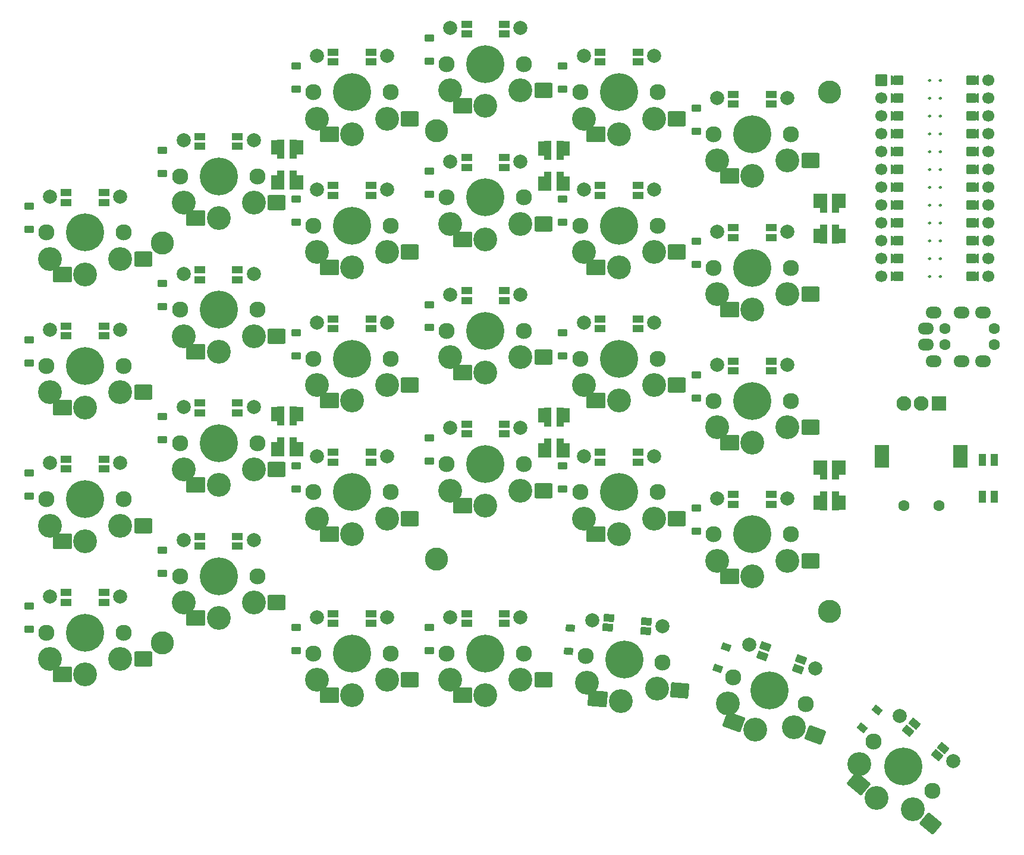
<source format=gbr>
%TF.GenerationSoftware,KiCad,Pcbnew,8.0.4*%
%TF.CreationDate,2024-11-04T19:06:09-07:00*%
%TF.ProjectId,boost58,626f6f73-7435-4382-9e6b-696361645f70,0.1*%
%TF.SameCoordinates,Original*%
%TF.FileFunction,Soldermask,Top*%
%TF.FilePolarity,Negative*%
%FSLAX46Y46*%
G04 Gerber Fmt 4.6, Leading zero omitted, Abs format (unit mm)*
G04 Created by KiCad (PCBNEW 8.0.4) date 2024-11-04 19:06:09*
%MOMM*%
%LPD*%
G01*
G04 APERTURE LIST*
G04 Aperture macros list*
%AMRoundRect*
0 Rectangle with rounded corners*
0 $1 Rounding radius*
0 $2 $3 $4 $5 $6 $7 $8 $9 X,Y pos of 4 corners*
0 Add a 4 corners polygon primitive as box body*
4,1,4,$2,$3,$4,$5,$6,$7,$8,$9,$2,$3,0*
0 Add four circle primitives for the rounded corners*
1,1,$1+$1,$2,$3*
1,1,$1+$1,$4,$5*
1,1,$1+$1,$6,$7*
1,1,$1+$1,$8,$9*
0 Add four rect primitives between the rounded corners*
20,1,$1+$1,$2,$3,$4,$5,0*
20,1,$1+$1,$4,$5,$6,$7,0*
20,1,$1+$1,$6,$7,$8,$9,0*
20,1,$1+$1,$8,$9,$2,$3,0*%
%AMFreePoly0*
4,1,14,0.635355,0.435355,0.650000,0.400000,0.650000,0.200000,0.635355,0.164645,0.035355,-0.435355,0.000000,-0.450000,-0.035355,-0.435355,-0.635355,0.164645,-0.650000,0.200000,-0.650000,0.400000,-0.635355,0.435355,-0.600000,0.450000,0.600000,0.450000,0.635355,0.435355,0.635355,0.435355,$1*%
%AMFreePoly1*
4,1,16,0.635355,1.035355,0.650000,1.000000,0.650000,-0.250000,0.635355,-0.285355,0.600000,-0.300000,-0.600000,-0.300000,-0.635355,-0.285355,-0.650000,-0.250000,-0.650000,1.000000,-0.635355,1.035355,-0.600000,1.050000,-0.564645,1.035355,0.000000,0.470710,0.564645,1.035355,0.600000,1.050000,0.635355,1.035355,0.635355,1.035355,$1*%
G04 Aperture macros list end*
%ADD10C,0.250000*%
%ADD11C,0.100000*%
%ADD12C,3.300000*%
%ADD13RoundRect,0.050000X0.500000X-1.300000X0.500000X1.300000X-0.500000X1.300000X-0.500000X-1.300000X0*%
%ADD14RoundRect,0.050000X0.600000X-1.000000X0.600000X1.000000X-0.600000X1.000000X-0.600000X-1.000000X0*%
%ADD15RoundRect,0.050000X-1.000000X1.600000X-1.000000X-1.600000X1.000000X-1.600000X1.000000X1.600000X0*%
%ADD16C,1.600000*%
%ADD17RoundRect,0.050000X-1.000000X1.000000X-1.000000X-1.000000X1.000000X-1.000000X1.000000X1.000000X0*%
%ADD18C,2.100000*%
%ADD19RoundRect,0.050000X0.500000X-0.775000X0.500000X0.775000X-0.500000X0.775000X-0.500000X-0.775000X0*%
%ADD20O,2.300000X1.700000*%
%ADD21RoundRect,0.050000X-0.500000X1.300000X-0.500000X-1.300000X0.500000X-1.300000X0.500000X1.300000X0*%
%ADD22RoundRect,0.050000X-0.600000X1.000000X-0.600000X-1.000000X0.600000X-1.000000X0.600000X1.000000X0*%
%ADD23C,1.700000*%
%ADD24FreePoly0,270.000000*%
%ADD25FreePoly0,90.000000*%
%ADD26RoundRect,0.050000X-0.800000X0.800000X-0.800000X-0.800000X0.800000X-0.800000X0.800000X0.800000X0*%
%ADD27FreePoly1,270.000000*%
%ADD28FreePoly1,90.000000*%
%ADD29RoundRect,0.215000X1.085000X0.860000X-1.085000X0.860000X-1.085000X-0.860000X1.085000X-0.860000X0*%
%ADD30C,2.300000*%
%ADD31C,2.000000*%
%ADD32C,3.400000*%
%ADD33C,5.400000*%
%ADD34RoundRect,0.225000X1.150000X0.900000X-1.150000X0.900000X-1.150000X-0.900000X1.150000X-0.900000X0*%
%ADD35RoundRect,0.050000X-0.170372X0.730393X-0.748881X0.040953X0.170372X-0.730393X0.748881X-0.040953X0*%
%ADD36RoundRect,0.050000X-0.700000X-0.500000X0.700000X-0.500000X0.700000X0.500000X-0.700000X0.500000X0*%
%ADD37RoundRect,0.050000X-0.600000X0.450000X-0.600000X-0.450000X0.600000X-0.450000X0.600000X0.450000X0*%
%ADD38RoundRect,0.050000X-0.558497X0.500581X-0.636937X-0.395994X0.558497X-0.500581X0.636937X0.395994X0*%
%ADD39RoundRect,0.050000X-0.857625X0.066929X0.214837X-0.832974X0.857625X-0.066929X-0.214837X0.832974X0*%
%ADD40RoundRect,0.215000X1.383956X-0.038626X-0.278361X1.356223X-1.383956X0.038626X0.278361X-1.356223X0*%
%ADD41RoundRect,0.225000X1.459460X-0.049766X-0.302442X1.428646X-1.459460X0.049766X0.302442X-1.428646X0*%
%ADD42RoundRect,0.050000X-0.740914X-0.437088X0.653758X-0.559106X0.740914X0.437088X-0.653758X0.559106X0*%
%ADD43RoundRect,0.050000X-0.828795X-0.230432X0.486775X-0.709260X0.828795X0.230432X-0.486775X0.709260X0*%
%ADD44RoundRect,0.215000X1.313704X0.437044X-0.725429X1.179228X-1.313704X-0.437044X0.725429X-1.179228X0*%
%ADD45RoundRect,0.225000X1.388465X0.452400X-0.772828X1.239047X-1.388465X-0.452400X0.772828X-1.239047X0*%
%ADD46RoundRect,0.050000X-0.409907X0.628074X-0.717725X-0.217650X0.409907X-0.628074X0.717725X0.217650X0*%
%ADD47RoundRect,0.215000X1.155825X0.762163X-1.005917X0.951291X-1.155825X-0.762163X1.005917X-0.951291X0*%
%ADD48RoundRect,0.225000X1.224064X0.796346X-1.067184X0.996804X-1.224064X-0.796346X1.067184X-0.996804X0*%
G04 APERTURE END LIST*
D10*
%TO.C,MCU1*%
X160351000Y-41320000D02*
G75*
G02*
X160101000Y-41320000I-125000J0D01*
G01*
X160101000Y-41320000D02*
G75*
G02*
X160351000Y-41320000I125000J0D01*
G01*
X160351000Y-43860000D02*
G75*
G02*
X160101000Y-43860000I-125000J0D01*
G01*
X160101000Y-43860000D02*
G75*
G02*
X160351000Y-43860000I125000J0D01*
G01*
X160351000Y-46400000D02*
G75*
G02*
X160101000Y-46400000I-125000J0D01*
G01*
X160101000Y-46400000D02*
G75*
G02*
X160351000Y-46400000I125000J0D01*
G01*
X160351000Y-48940000D02*
G75*
G02*
X160101000Y-48940000I-125000J0D01*
G01*
X160101000Y-48940000D02*
G75*
G02*
X160351000Y-48940000I125000J0D01*
G01*
X160351000Y-51480000D02*
G75*
G02*
X160101000Y-51480000I-125000J0D01*
G01*
X160101000Y-51480000D02*
G75*
G02*
X160351000Y-51480000I125000J0D01*
G01*
X160351000Y-54020000D02*
G75*
G02*
X160101000Y-54020000I-125000J0D01*
G01*
X160101000Y-54020000D02*
G75*
G02*
X160351000Y-54020000I125000J0D01*
G01*
X160351000Y-56560000D02*
G75*
G02*
X160101000Y-56560000I-125000J0D01*
G01*
X160101000Y-56560000D02*
G75*
G02*
X160351000Y-56560000I125000J0D01*
G01*
X160351000Y-59100000D02*
G75*
G02*
X160101000Y-59100000I-125000J0D01*
G01*
X160101000Y-59100000D02*
G75*
G02*
X160351000Y-59100000I125000J0D01*
G01*
X160351000Y-61640000D02*
G75*
G02*
X160101000Y-61640000I-125000J0D01*
G01*
X160101000Y-61640000D02*
G75*
G02*
X160351000Y-61640000I125000J0D01*
G01*
X160351000Y-64180000D02*
G75*
G02*
X160101000Y-64180000I-125000J0D01*
G01*
X160101000Y-64180000D02*
G75*
G02*
X160351000Y-64180000I125000J0D01*
G01*
X160351000Y-66720000D02*
G75*
G02*
X160101000Y-66720000I-125000J0D01*
G01*
X160101000Y-66720000D02*
G75*
G02*
X160351000Y-66720000I125000J0D01*
G01*
X160351000Y-69260000D02*
G75*
G02*
X160101000Y-69260000I-125000J0D01*
G01*
X160101000Y-69260000D02*
G75*
G02*
X160351000Y-69260000I125000J0D01*
G01*
X161875000Y-41320000D02*
G75*
G02*
X161625000Y-41320000I-125000J0D01*
G01*
X161625000Y-41320000D02*
G75*
G02*
X161875000Y-41320000I125000J0D01*
G01*
X161875000Y-43860000D02*
G75*
G02*
X161625000Y-43860000I-125000J0D01*
G01*
X161625000Y-43860000D02*
G75*
G02*
X161875000Y-43860000I125000J0D01*
G01*
X161875000Y-46400000D02*
G75*
G02*
X161625000Y-46400000I-125000J0D01*
G01*
X161625000Y-46400000D02*
G75*
G02*
X161875000Y-46400000I125000J0D01*
G01*
X161875000Y-48940000D02*
G75*
G02*
X161625000Y-48940000I-125000J0D01*
G01*
X161625000Y-48940000D02*
G75*
G02*
X161875000Y-48940000I125000J0D01*
G01*
X161875000Y-51480000D02*
G75*
G02*
X161625000Y-51480000I-125000J0D01*
G01*
X161625000Y-51480000D02*
G75*
G02*
X161875000Y-51480000I125000J0D01*
G01*
X161875000Y-54020000D02*
G75*
G02*
X161625000Y-54020000I-125000J0D01*
G01*
X161625000Y-54020000D02*
G75*
G02*
X161875000Y-54020000I125000J0D01*
G01*
X161875000Y-56560000D02*
G75*
G02*
X161625000Y-56560000I-125000J0D01*
G01*
X161625000Y-56560000D02*
G75*
G02*
X161875000Y-56560000I125000J0D01*
G01*
X161875000Y-59100000D02*
G75*
G02*
X161625000Y-59100000I-125000J0D01*
G01*
X161625000Y-59100000D02*
G75*
G02*
X161875000Y-59100000I125000J0D01*
G01*
X161875000Y-61640000D02*
G75*
G02*
X161625000Y-61640000I-125000J0D01*
G01*
X161625000Y-61640000D02*
G75*
G02*
X161875000Y-61640000I125000J0D01*
G01*
X161875000Y-64180000D02*
G75*
G02*
X161625000Y-64180000I-125000J0D01*
G01*
X161625000Y-64180000D02*
G75*
G02*
X161875000Y-64180000I125000J0D01*
G01*
X161875000Y-66720000D02*
G75*
G02*
X161625000Y-66720000I-125000J0D01*
G01*
X161625000Y-66720000D02*
G75*
G02*
X161875000Y-66720000I125000J0D01*
G01*
X161875000Y-69260000D02*
G75*
G02*
X161625000Y-69260000I-125000J0D01*
G01*
X161625000Y-69260000D02*
G75*
G02*
X161875000Y-69260000I125000J0D01*
G01*
D11*
X155908000Y-41828000D02*
X154892000Y-41828000D01*
X154892000Y-40812000D01*
X155908000Y-40812000D01*
X155908000Y-41828000D01*
G36*
X155908000Y-41828000D02*
G01*
X154892000Y-41828000D01*
X154892000Y-40812000D01*
X155908000Y-40812000D01*
X155908000Y-41828000D01*
G37*
X155908000Y-44368000D02*
X154892000Y-44368000D01*
X154892000Y-43352000D01*
X155908000Y-43352000D01*
X155908000Y-44368000D01*
G36*
X155908000Y-44368000D02*
G01*
X154892000Y-44368000D01*
X154892000Y-43352000D01*
X155908000Y-43352000D01*
X155908000Y-44368000D01*
G37*
X155908000Y-46908000D02*
X154892000Y-46908000D01*
X154892000Y-45892000D01*
X155908000Y-45892000D01*
X155908000Y-46908000D01*
G36*
X155908000Y-46908000D02*
G01*
X154892000Y-46908000D01*
X154892000Y-45892000D01*
X155908000Y-45892000D01*
X155908000Y-46908000D01*
G37*
X155908000Y-49448000D02*
X154892000Y-49448000D01*
X154892000Y-48432000D01*
X155908000Y-48432000D01*
X155908000Y-49448000D01*
G36*
X155908000Y-49448000D02*
G01*
X154892000Y-49448000D01*
X154892000Y-48432000D01*
X155908000Y-48432000D01*
X155908000Y-49448000D01*
G37*
X155908000Y-51988000D02*
X154892000Y-51988000D01*
X154892000Y-50972000D01*
X155908000Y-50972000D01*
X155908000Y-51988000D01*
G36*
X155908000Y-51988000D02*
G01*
X154892000Y-51988000D01*
X154892000Y-50972000D01*
X155908000Y-50972000D01*
X155908000Y-51988000D01*
G37*
X155908000Y-54528000D02*
X154892000Y-54528000D01*
X154892000Y-53512000D01*
X155908000Y-53512000D01*
X155908000Y-54528000D01*
G36*
X155908000Y-54528000D02*
G01*
X154892000Y-54528000D01*
X154892000Y-53512000D01*
X155908000Y-53512000D01*
X155908000Y-54528000D01*
G37*
X155908000Y-57068000D02*
X154892000Y-57068000D01*
X154892000Y-56052000D01*
X155908000Y-56052000D01*
X155908000Y-57068000D01*
G36*
X155908000Y-57068000D02*
G01*
X154892000Y-57068000D01*
X154892000Y-56052000D01*
X155908000Y-56052000D01*
X155908000Y-57068000D01*
G37*
X155908000Y-59608000D02*
X154892000Y-59608000D01*
X154892000Y-58592000D01*
X155908000Y-58592000D01*
X155908000Y-59608000D01*
G36*
X155908000Y-59608000D02*
G01*
X154892000Y-59608000D01*
X154892000Y-58592000D01*
X155908000Y-58592000D01*
X155908000Y-59608000D01*
G37*
X155908000Y-62148000D02*
X154892000Y-62148000D01*
X154892000Y-61132000D01*
X155908000Y-61132000D01*
X155908000Y-62148000D01*
G36*
X155908000Y-62148000D02*
G01*
X154892000Y-62148000D01*
X154892000Y-61132000D01*
X155908000Y-61132000D01*
X155908000Y-62148000D01*
G37*
X155908000Y-64688000D02*
X154892000Y-64688000D01*
X154892000Y-63672000D01*
X155908000Y-63672000D01*
X155908000Y-64688000D01*
G36*
X155908000Y-64688000D02*
G01*
X154892000Y-64688000D01*
X154892000Y-63672000D01*
X155908000Y-63672000D01*
X155908000Y-64688000D01*
G37*
X155908000Y-67228000D02*
X154892000Y-67228000D01*
X154892000Y-66212000D01*
X155908000Y-66212000D01*
X155908000Y-67228000D01*
G36*
X155908000Y-67228000D02*
G01*
X154892000Y-67228000D01*
X154892000Y-66212000D01*
X155908000Y-66212000D01*
X155908000Y-67228000D01*
G37*
X155908000Y-69768000D02*
X154892000Y-69768000D01*
X154892000Y-68752000D01*
X155908000Y-68752000D01*
X155908000Y-69768000D01*
G36*
X155908000Y-69768000D02*
G01*
X154892000Y-69768000D01*
X154892000Y-68752000D01*
X155908000Y-68752000D01*
X155908000Y-69768000D01*
G37*
X167084000Y-41828000D02*
X166068000Y-41828000D01*
X166068000Y-40812000D01*
X167084000Y-40812000D01*
X167084000Y-41828000D01*
G36*
X167084000Y-41828000D02*
G01*
X166068000Y-41828000D01*
X166068000Y-40812000D01*
X167084000Y-40812000D01*
X167084000Y-41828000D01*
G37*
X167084000Y-44368000D02*
X166068000Y-44368000D01*
X166068000Y-43352000D01*
X167084000Y-43352000D01*
X167084000Y-44368000D01*
G36*
X167084000Y-44368000D02*
G01*
X166068000Y-44368000D01*
X166068000Y-43352000D01*
X167084000Y-43352000D01*
X167084000Y-44368000D01*
G37*
X167084000Y-46908000D02*
X166068000Y-46908000D01*
X166068000Y-45892000D01*
X167084000Y-45892000D01*
X167084000Y-46908000D01*
G36*
X167084000Y-46908000D02*
G01*
X166068000Y-46908000D01*
X166068000Y-45892000D01*
X167084000Y-45892000D01*
X167084000Y-46908000D01*
G37*
X167084000Y-49448000D02*
X166068000Y-49448000D01*
X166068000Y-48432000D01*
X167084000Y-48432000D01*
X167084000Y-49448000D01*
G36*
X167084000Y-49448000D02*
G01*
X166068000Y-49448000D01*
X166068000Y-48432000D01*
X167084000Y-48432000D01*
X167084000Y-49448000D01*
G37*
X167084000Y-51988000D02*
X166068000Y-51988000D01*
X166068000Y-50972000D01*
X167084000Y-50972000D01*
X167084000Y-51988000D01*
G36*
X167084000Y-51988000D02*
G01*
X166068000Y-51988000D01*
X166068000Y-50972000D01*
X167084000Y-50972000D01*
X167084000Y-51988000D01*
G37*
X167084000Y-54528000D02*
X166068000Y-54528000D01*
X166068000Y-53512000D01*
X167084000Y-53512000D01*
X167084000Y-54528000D01*
G36*
X167084000Y-54528000D02*
G01*
X166068000Y-54528000D01*
X166068000Y-53512000D01*
X167084000Y-53512000D01*
X167084000Y-54528000D01*
G37*
X167084000Y-57068000D02*
X166068000Y-57068000D01*
X166068000Y-56052000D01*
X167084000Y-56052000D01*
X167084000Y-57068000D01*
G36*
X167084000Y-57068000D02*
G01*
X166068000Y-57068000D01*
X166068000Y-56052000D01*
X167084000Y-56052000D01*
X167084000Y-57068000D01*
G37*
X167084000Y-59608000D02*
X166068000Y-59608000D01*
X166068000Y-58592000D01*
X167084000Y-58592000D01*
X167084000Y-59608000D01*
G36*
X167084000Y-59608000D02*
G01*
X166068000Y-59608000D01*
X166068000Y-58592000D01*
X167084000Y-58592000D01*
X167084000Y-59608000D01*
G37*
X167084000Y-62148000D02*
X166068000Y-62148000D01*
X166068000Y-61132000D01*
X167084000Y-61132000D01*
X167084000Y-62148000D01*
G36*
X167084000Y-62148000D02*
G01*
X166068000Y-62148000D01*
X166068000Y-61132000D01*
X167084000Y-61132000D01*
X167084000Y-62148000D01*
G37*
X167084000Y-64688000D02*
X166068000Y-64688000D01*
X166068000Y-63672000D01*
X167084000Y-63672000D01*
X167084000Y-64688000D01*
G36*
X167084000Y-64688000D02*
G01*
X166068000Y-64688000D01*
X166068000Y-63672000D01*
X167084000Y-63672000D01*
X167084000Y-64688000D01*
G37*
X167084000Y-67228000D02*
X166068000Y-67228000D01*
X166068000Y-66212000D01*
X167084000Y-66212000D01*
X167084000Y-67228000D01*
G36*
X167084000Y-67228000D02*
G01*
X166068000Y-67228000D01*
X166068000Y-66212000D01*
X167084000Y-66212000D01*
X167084000Y-67228000D01*
G37*
X167084000Y-69768000D02*
X166068000Y-69768000D01*
X166068000Y-68752000D01*
X167084000Y-68752000D01*
X167084000Y-69768000D01*
G36*
X167084000Y-69768000D02*
G01*
X166068000Y-69768000D01*
X166068000Y-68752000D01*
X167084000Y-68752000D01*
X167084000Y-69768000D01*
G37*
%TD*%
D12*
%TO.C,M3_4*%
X90000000Y-48500000D03*
%TD*%
D13*
%TO.C,U_3*%
X105875000Y-93700000D03*
X107625000Y-93700000D03*
X107625000Y-89300000D03*
X105875000Y-89300000D03*
D14*
X105150000Y-94000000D03*
X108350000Y-94000000D03*
X108350000Y-89000000D03*
X105150000Y-89000000D03*
%TD*%
D15*
%TO.C,Rotary1*%
X164640000Y-94880000D03*
X153440000Y-94880000D03*
D16*
X161540000Y-101880000D03*
X156540000Y-101880000D03*
D17*
X161540000Y-87380000D03*
D18*
X156540000Y-87380000D03*
X159040000Y-87380000D03*
%TD*%
D19*
%TO.C,RST1*%
X169450000Y-100625000D03*
X167750000Y-100625000D03*
X169450000Y-95375000D03*
X167750000Y-95375000D03*
%TD*%
D16*
%TO.C,TRRS1*%
X169400000Y-76700000D03*
X162400000Y-76700000D03*
X169400000Y-79000000D03*
X162400000Y-79000000D03*
D20*
X159700000Y-76700000D03*
X159700000Y-79000000D03*
X160800000Y-74400000D03*
X160800000Y-81300000D03*
X164800000Y-74400000D03*
X164800000Y-81300000D03*
X167800000Y-74400000D03*
X167800000Y-81300000D03*
%TD*%
D12*
%TO.C,M3_2*%
X51000000Y-64500000D03*
%TD*%
D13*
%TO.C,U_4*%
X105875000Y-55700000D03*
X107625000Y-55700000D03*
X107625000Y-51300000D03*
X105875000Y-51300000D03*
D14*
X105150000Y-56000000D03*
X108350000Y-56000000D03*
X108350000Y-51000000D03*
X105150000Y-51000000D03*
%TD*%
D12*
%TO.C,M3_3*%
X90000000Y-109500000D03*
%TD*%
D21*
%TO.C,U_6*%
X146875000Y-58800000D03*
X145125000Y-58800000D03*
X145125000Y-63200000D03*
X146875000Y-63200000D03*
D22*
X147600000Y-58500000D03*
X144400000Y-58500000D03*
X144400000Y-63500000D03*
X147600000Y-63500000D03*
%TD*%
D23*
%TO.C,MCU1*%
X168608000Y-41320000D03*
D24*
X166830000Y-41320000D03*
D25*
X155146000Y-41320000D03*
D23*
X153368000Y-41320000D03*
D26*
X153368000Y-41320000D03*
D23*
X168608000Y-43860000D03*
D24*
X166830000Y-43860000D03*
D25*
X155146000Y-43860000D03*
D23*
X153368000Y-43860000D03*
X168608000Y-46400000D03*
D24*
X166830000Y-46400000D03*
D25*
X155146000Y-46400000D03*
D23*
X153368000Y-46400000D03*
X168608000Y-48940000D03*
D24*
X166830000Y-48940000D03*
D25*
X155146000Y-48940000D03*
D23*
X153368000Y-48940000D03*
X168608000Y-51480000D03*
D24*
X166830000Y-51480000D03*
D25*
X155146000Y-51480000D03*
D23*
X153368000Y-51480000D03*
X168608000Y-54020000D03*
D24*
X166830000Y-54020000D03*
D25*
X155146000Y-54020000D03*
D23*
X153368000Y-54020000D03*
X168608000Y-56560000D03*
D24*
X166830000Y-56560000D03*
D25*
X155146000Y-56560000D03*
D23*
X153368000Y-56560000D03*
X168608000Y-59100000D03*
D24*
X166830000Y-59100000D03*
D25*
X155146000Y-59100000D03*
D23*
X153368000Y-59100000D03*
X168608000Y-61640000D03*
D24*
X166830000Y-61640000D03*
D25*
X155146000Y-61640000D03*
D23*
X153368000Y-61640000D03*
X168608000Y-64180000D03*
D24*
X166830000Y-64180000D03*
D25*
X155146000Y-64180000D03*
D23*
X153368000Y-64180000D03*
X168608000Y-66720000D03*
D24*
X166830000Y-66720000D03*
D25*
X155146000Y-66720000D03*
D23*
X153368000Y-66720000D03*
X168608000Y-69260000D03*
D24*
X166830000Y-69260000D03*
D25*
X155146000Y-69260000D03*
D23*
X153368000Y-69260000D03*
D27*
X165814000Y-41320000D03*
X165814000Y-43860000D03*
X165814000Y-46400000D03*
X165814000Y-48940000D03*
X165814000Y-51480000D03*
X165814000Y-54020000D03*
X165814000Y-56560000D03*
X165814000Y-59100000D03*
X165814000Y-61640000D03*
X165814000Y-64180000D03*
X165814000Y-66720000D03*
X165814000Y-69260000D03*
D28*
X156162000Y-69260000D03*
X156162000Y-66720000D03*
X156162000Y-64180000D03*
X156162000Y-61640000D03*
X156162000Y-59100000D03*
X156162000Y-56560000D03*
X156162000Y-54020000D03*
X156162000Y-51480000D03*
X156162000Y-48940000D03*
X156162000Y-46400000D03*
X156162000Y-43860000D03*
X156162000Y-41320000D03*
%TD*%
D21*
%TO.C,U_5*%
X146875000Y-96800000D03*
X145125000Y-96800000D03*
X145125000Y-101200000D03*
X146875000Y-101200000D03*
D22*
X147600000Y-96500000D03*
X144400000Y-96500000D03*
X144400000Y-101500000D03*
X147600000Y-101500000D03*
%TD*%
D12*
%TO.C,M3_1*%
X51000000Y-121500000D03*
%TD*%
D21*
%TO.C,U_1*%
X69625000Y-89150000D03*
X67875000Y-89150000D03*
X67875000Y-93550000D03*
X69625000Y-93550000D03*
D22*
X70350000Y-88850000D03*
X67150000Y-88850000D03*
X67150000Y-93850000D03*
X70350000Y-93850000D03*
%TD*%
D12*
%TO.C,M3_5*%
X146000000Y-117000000D03*
%TD*%
%TO.C,M3_6*%
X146000000Y-43000000D03*
%TD*%
D21*
%TO.C,U_2*%
X69625000Y-51150000D03*
X67875000Y-51150000D03*
X67875000Y-55550000D03*
X69625000Y-55550000D03*
D22*
X70350000Y-50850000D03*
X67150000Y-50850000D03*
X67150000Y-55850000D03*
X70350000Y-55850000D03*
%TD*%
D29*
%TO.C,SW26*%
X105247500Y-126750000D03*
D30*
X102500000Y-123000000D03*
D31*
X102000000Y-117850000D03*
D32*
X97000000Y-128950000D03*
D33*
X97000000Y-123000000D03*
D31*
X92000000Y-117850000D03*
D30*
X91500000Y-123000000D03*
D32*
X102000000Y-126750000D03*
D34*
X93755000Y-128950000D03*
D32*
X92000000Y-126750000D03*
%TD*%
D35*
%TO.C,D29*%
X152743400Y-131030027D03*
X150622200Y-133557973D03*
%TD*%
D36*
%TO.C,L8*%
X61700000Y-49300000D03*
X61700000Y-50700000D03*
X56300000Y-50700000D03*
X56300000Y-49300000D03*
%TD*%
D37*
%TO.C,D15*%
X89000000Y-54250000D03*
X89000000Y-57550000D03*
%TD*%
D36*
%TO.C,L11*%
X80700000Y-56300000D03*
X80700000Y-57700000D03*
X75300000Y-57700000D03*
X75300000Y-56300000D03*
%TD*%
D29*
%TO.C,SW22*%
X143247500Y-90750000D03*
D30*
X140500000Y-87000000D03*
D31*
X140000000Y-81850000D03*
D32*
X135000000Y-92950000D03*
D33*
X135000000Y-87000000D03*
D31*
X130000000Y-81850000D03*
D30*
X129500000Y-87000000D03*
D32*
X140000000Y-90750000D03*
D34*
X131755000Y-92950000D03*
D32*
X130000000Y-90750000D03*
%TD*%
D36*
%TO.C,L22*%
X137700000Y-81300000D03*
X137700000Y-82700000D03*
X132300000Y-82700000D03*
X132300000Y-81300000D03*
%TD*%
D37*
%TO.C,D26*%
X89000000Y-119250000D03*
X89000000Y-122550000D03*
%TD*%
D29*
%TO.C,SW20*%
X124247500Y-46750000D03*
D30*
X121500000Y-43000000D03*
D31*
X121000000Y-37850000D03*
D32*
X116000000Y-48950000D03*
D33*
X116000000Y-43000000D03*
D31*
X111000000Y-37850000D03*
D30*
X110500000Y-43000000D03*
D32*
X121000000Y-46750000D03*
D34*
X112755000Y-48950000D03*
D32*
X111000000Y-46750000D03*
%TD*%
D36*
%TO.C,L25*%
X80700000Y-117300000D03*
X80700000Y-118700000D03*
X75300000Y-118700000D03*
X75300000Y-117300000D03*
%TD*%
D29*
%TO.C,SW21*%
X143247500Y-109750000D03*
D30*
X140500000Y-106000000D03*
D31*
X140000000Y-100850000D03*
D32*
X135000000Y-111950000D03*
D33*
X135000000Y-106000000D03*
D31*
X130000000Y-100850000D03*
D30*
X129500000Y-106000000D03*
D32*
X140000000Y-109750000D03*
D34*
X131755000Y-111950000D03*
D32*
X130000000Y-109750000D03*
%TD*%
D36*
%TO.C,L18*%
X118700000Y-75300000D03*
X118700000Y-76700000D03*
X113300000Y-76700000D03*
X113300000Y-75300000D03*
%TD*%
D29*
%TO.C,SW15*%
X105247500Y-61750000D03*
D30*
X102500000Y-58000000D03*
D31*
X102000000Y-52850000D03*
D32*
X97000000Y-63950000D03*
D33*
X97000000Y-58000000D03*
D31*
X92000000Y-52850000D03*
D30*
X91500000Y-58000000D03*
D32*
X102000000Y-61750000D03*
D34*
X93755000Y-63950000D03*
D32*
X92000000Y-61750000D03*
%TD*%
D29*
%TO.C,SW9*%
X86247500Y-103750000D03*
D30*
X83500000Y-100000000D03*
D31*
X83000000Y-94850000D03*
D32*
X78000000Y-105950000D03*
D33*
X78000000Y-100000000D03*
D31*
X73000000Y-94850000D03*
D30*
X72500000Y-100000000D03*
D32*
X83000000Y-103750000D03*
D34*
X74755000Y-105950000D03*
D32*
X73000000Y-103750000D03*
%TD*%
D36*
%TO.C,L6*%
X61700000Y-87300000D03*
X61700000Y-88700000D03*
X56300000Y-88700000D03*
X56300000Y-87300000D03*
%TD*%
D37*
%TO.C,D22*%
X127000000Y-83250000D03*
X127000000Y-86550000D03*
%TD*%
D29*
%TO.C,SW14*%
X105247500Y-80750000D03*
D30*
X102500000Y-77000000D03*
D31*
X102000000Y-71850000D03*
D32*
X97000000Y-82950000D03*
D33*
X97000000Y-77000000D03*
D31*
X92000000Y-71850000D03*
D30*
X91500000Y-77000000D03*
D32*
X102000000Y-80750000D03*
D34*
X93755000Y-82950000D03*
D32*
X92000000Y-80750000D03*
%TD*%
D36*
%TO.C,L1*%
X42700000Y-114300000D03*
X42700000Y-115700000D03*
X37300000Y-115700000D03*
X37300000Y-114300000D03*
%TD*%
D29*
%TO.C,SW11*%
X86247500Y-65750000D03*
D30*
X83500000Y-62000000D03*
D31*
X83000000Y-56850000D03*
D32*
X78000000Y-67950000D03*
D33*
X78000000Y-62000000D03*
D31*
X73000000Y-56850000D03*
D30*
X72500000Y-62000000D03*
D32*
X83000000Y-65750000D03*
D34*
X74755000Y-67950000D03*
D32*
X73000000Y-65750000D03*
%TD*%
D36*
%TO.C,L24*%
X137700000Y-43300000D03*
X137700000Y-44700000D03*
X132300000Y-44700000D03*
X132300000Y-43300000D03*
%TD*%
D38*
%TO.C,D27*%
X109107407Y-119385679D03*
X108819793Y-122673121D03*
%TD*%
D36*
%TO.C,L12*%
X80700000Y-37300000D03*
X80700000Y-38700000D03*
X75300000Y-38700000D03*
X75300000Y-37300000D03*
%TD*%
D37*
%TO.C,D25*%
X70000000Y-119250000D03*
X70000000Y-122550000D03*
%TD*%
D29*
%TO.C,SW7*%
X67247500Y-77750000D03*
D30*
X64500000Y-74000000D03*
D31*
X64000000Y-68850000D03*
D32*
X59000000Y-79950000D03*
D33*
X59000000Y-74000000D03*
D31*
X54000000Y-68850000D03*
D30*
X53500000Y-74000000D03*
D32*
X64000000Y-77750000D03*
D34*
X55755000Y-79950000D03*
D32*
X54000000Y-77750000D03*
%TD*%
D29*
%TO.C,SW17*%
X124247500Y-103750000D03*
D30*
X121500000Y-100000000D03*
D31*
X121000000Y-94850000D03*
D32*
X116000000Y-105950000D03*
D33*
X116000000Y-100000000D03*
D31*
X111000000Y-94850000D03*
D30*
X110500000Y-100000000D03*
D32*
X121000000Y-103750000D03*
D34*
X112755000Y-105950000D03*
D32*
X111000000Y-103750000D03*
%TD*%
D37*
%TO.C,D24*%
X127000000Y-45250000D03*
X127000000Y-48550000D03*
%TD*%
D36*
%TO.C,L19*%
X118700000Y-56300000D03*
X118700000Y-57700000D03*
X113300000Y-57700000D03*
X113300000Y-56300000D03*
%TD*%
D29*
%TO.C,SW18*%
X124247500Y-84750000D03*
D30*
X121500000Y-81000000D03*
D31*
X121000000Y-75850000D03*
D32*
X116000000Y-86950000D03*
D33*
X116000000Y-81000000D03*
D31*
X111000000Y-75850000D03*
D30*
X110500000Y-81000000D03*
D32*
X121000000Y-84750000D03*
D34*
X112755000Y-86950000D03*
D32*
X111000000Y-84750000D03*
%TD*%
D29*
%TO.C,SW13*%
X105247500Y-99750000D03*
D30*
X102500000Y-96000000D03*
D31*
X102000000Y-90850000D03*
D32*
X97000000Y-101950000D03*
D33*
X97000000Y-96000000D03*
D31*
X92000000Y-90850000D03*
D30*
X91500000Y-96000000D03*
D32*
X102000000Y-99750000D03*
D34*
X93755000Y-101950000D03*
D32*
X92000000Y-99750000D03*
%TD*%
D37*
%TO.C,D8*%
X51000000Y-51250000D03*
X51000000Y-54550000D03*
%TD*%
%TO.C,D16*%
X89000000Y-35250000D03*
X89000000Y-38550000D03*
%TD*%
%TO.C,D5*%
X51000000Y-108250000D03*
X51000000Y-111550000D03*
%TD*%
%TO.C,D23*%
X127000000Y-64250000D03*
X127000000Y-67550000D03*
%TD*%
D29*
%TO.C,SW3*%
X48247500Y-85750000D03*
D30*
X45500000Y-82000000D03*
D31*
X45000000Y-76850000D03*
D32*
X40000000Y-87950000D03*
D33*
X40000000Y-82000000D03*
D31*
X35000000Y-76850000D03*
D30*
X34500000Y-82000000D03*
D32*
X45000000Y-85750000D03*
D34*
X36755000Y-87950000D03*
D32*
X35000000Y-85750000D03*
%TD*%
D37*
%TO.C,D6*%
X51000000Y-89250000D03*
X51000000Y-92550000D03*
%TD*%
D39*
%TO.C,L29*%
X162193571Y-136414095D03*
X161293669Y-137486558D03*
X157157029Y-134015505D03*
X158056931Y-132943042D03*
%TD*%
D40*
%TO.C,SW29*%
X160368798Y-147219057D03*
D30*
X160674544Y-142580332D03*
D31*
X163601878Y-138313809D03*
D32*
X152636714Y-143602964D03*
D33*
X156461300Y-139045000D03*
D31*
X155941434Y-131885933D03*
D30*
X152248056Y-135509668D03*
D32*
X157881069Y-145131605D03*
D41*
X150150900Y-141517119D03*
D32*
X150220624Y-138703729D03*
%TD*%
D37*
%TO.C,D2*%
X32000000Y-97250000D03*
X32000000Y-100550000D03*
%TD*%
D29*
%TO.C,SW24*%
X143247500Y-52750000D03*
D30*
X140500000Y-49000000D03*
D31*
X140000000Y-43850000D03*
D32*
X135000000Y-54950000D03*
D33*
X135000000Y-49000000D03*
D31*
X130000000Y-43850000D03*
D30*
X129500000Y-49000000D03*
D32*
X140000000Y-52750000D03*
D34*
X131755000Y-54950000D03*
D32*
X130000000Y-52750000D03*
%TD*%
D37*
%TO.C,D20*%
X108000000Y-39250000D03*
X108000000Y-42550000D03*
%TD*%
%TO.C,D11*%
X70000000Y-58250000D03*
X70000000Y-61550000D03*
%TD*%
%TO.C,D10*%
X70000000Y-77250000D03*
X70000000Y-80550000D03*
%TD*%
D42*
%TO.C,L27*%
X119936635Y-118375684D03*
X119814617Y-119770357D03*
X114435165Y-119299716D03*
X114557183Y-117905043D03*
%TD*%
D29*
%TO.C,SW4*%
X48247500Y-66750000D03*
D30*
X45500000Y-63000000D03*
D31*
X45000000Y-57850000D03*
D32*
X40000000Y-68950000D03*
D33*
X40000000Y-63000000D03*
D31*
X35000000Y-57850000D03*
D30*
X34500000Y-63000000D03*
D32*
X45000000Y-66750000D03*
D34*
X36755000Y-68950000D03*
D32*
X35000000Y-66750000D03*
%TD*%
D29*
%TO.C,SW1*%
X48247500Y-123750000D03*
D30*
X45500000Y-120000000D03*
D31*
X45000000Y-114850000D03*
D32*
X40000000Y-125950000D03*
D33*
X40000000Y-120000000D03*
D31*
X35000000Y-114850000D03*
D30*
X34500000Y-120000000D03*
D32*
X45000000Y-123750000D03*
D34*
X36755000Y-125950000D03*
D32*
X35000000Y-123750000D03*
%TD*%
D29*
%TO.C,SW8*%
X67247500Y-58750000D03*
D30*
X64500000Y-55000000D03*
D31*
X64000000Y-49850000D03*
D32*
X59000000Y-60950000D03*
D33*
X59000000Y-55000000D03*
D31*
X54000000Y-49850000D03*
D30*
X53500000Y-55000000D03*
D32*
X64000000Y-58750000D03*
D34*
X55755000Y-60950000D03*
D32*
X54000000Y-58750000D03*
%TD*%
D29*
%TO.C,SW23*%
X143247500Y-71750000D03*
D30*
X140500000Y-68000000D03*
D31*
X140000000Y-62850000D03*
D32*
X135000000Y-73950000D03*
D33*
X135000000Y-68000000D03*
D31*
X130000000Y-62850000D03*
D30*
X129500000Y-68000000D03*
D32*
X140000000Y-71750000D03*
D34*
X131755000Y-73950000D03*
D32*
X130000000Y-71750000D03*
%TD*%
D36*
%TO.C,L3*%
X42700000Y-76300000D03*
X42700000Y-77700000D03*
X37300000Y-77700000D03*
X37300000Y-76300000D03*
%TD*%
D29*
%TO.C,SW25*%
X86247500Y-126750000D03*
D30*
X83500000Y-123000000D03*
D31*
X83000000Y-117850000D03*
D32*
X78000000Y-128950000D03*
D33*
X78000000Y-123000000D03*
D31*
X73000000Y-117850000D03*
D30*
X72500000Y-123000000D03*
D32*
X83000000Y-126750000D03*
D34*
X74755000Y-128950000D03*
D32*
X73000000Y-126750000D03*
%TD*%
D36*
%TO.C,L13*%
X99700000Y-90300000D03*
X99700000Y-91700000D03*
X94300000Y-91700000D03*
X94300000Y-90300000D03*
%TD*%
%TO.C,L7*%
X61700000Y-68300000D03*
X61700000Y-69700000D03*
X56300000Y-69700000D03*
X56300000Y-68300000D03*
%TD*%
%TO.C,L21*%
X137700000Y-100300000D03*
X137700000Y-101700000D03*
X132300000Y-101700000D03*
X132300000Y-100300000D03*
%TD*%
%TO.C,L10*%
X80700000Y-75300000D03*
X80700000Y-76700000D03*
X75300000Y-76700000D03*
X75300000Y-75300000D03*
%TD*%
%TO.C,L15*%
X99700000Y-52300000D03*
X99700000Y-53700000D03*
X94300000Y-53700000D03*
X94300000Y-52300000D03*
%TD*%
D29*
%TO.C,SW16*%
X105247500Y-42750000D03*
D30*
X102500000Y-39000000D03*
D31*
X102000000Y-33850000D03*
D32*
X97000000Y-44950000D03*
D33*
X97000000Y-39000000D03*
D31*
X92000000Y-33850000D03*
D30*
X91500000Y-39000000D03*
D32*
X102000000Y-42750000D03*
D34*
X93755000Y-44950000D03*
D32*
X92000000Y-42750000D03*
%TD*%
D37*
%TO.C,D4*%
X32000000Y-59250000D03*
X32000000Y-62550000D03*
%TD*%
%TO.C,D9*%
X70000000Y-96250000D03*
X70000000Y-99550000D03*
%TD*%
%TO.C,D21*%
X127000000Y-102250000D03*
X127000000Y-105550000D03*
%TD*%
%TO.C,D19*%
X108000000Y-58250000D03*
X108000000Y-61550000D03*
%TD*%
D36*
%TO.C,L14*%
X99700000Y-71300000D03*
X99700000Y-72700000D03*
X94300000Y-72700000D03*
X94300000Y-71300000D03*
%TD*%
%TO.C,L5*%
X61700000Y-106300000D03*
X61700000Y-107700000D03*
X56300000Y-107700000D03*
X56300000Y-106300000D03*
%TD*%
D37*
%TO.C,D17*%
X108000000Y-96250000D03*
X108000000Y-99550000D03*
%TD*%
D36*
%TO.C,L9*%
X80700000Y-94300000D03*
X80700000Y-95700000D03*
X75300000Y-95700000D03*
X75300000Y-94300000D03*
%TD*%
%TO.C,L16*%
X99700000Y-33300000D03*
X99700000Y-34700000D03*
X94300000Y-34700000D03*
X94300000Y-33300000D03*
%TD*%
D37*
%TO.C,D12*%
X70000000Y-39250000D03*
X70000000Y-42550000D03*
%TD*%
%TO.C,D14*%
X89000000Y-73250000D03*
X89000000Y-76550000D03*
%TD*%
%TO.C,D18*%
X108000000Y-77250000D03*
X108000000Y-80550000D03*
%TD*%
D29*
%TO.C,SW6*%
X67247500Y-96750000D03*
D30*
X64500000Y-93000000D03*
D31*
X64000000Y-87850000D03*
D32*
X59000000Y-98950000D03*
D33*
X59000000Y-93000000D03*
D31*
X54000000Y-87850000D03*
D30*
X53500000Y-93000000D03*
D32*
X64000000Y-96750000D03*
D34*
X55755000Y-98950000D03*
D32*
X54000000Y-96750000D03*
%TD*%
D36*
%TO.C,L20*%
X118700000Y-37300000D03*
X118700000Y-38700000D03*
X113300000Y-38700000D03*
X113300000Y-37300000D03*
%TD*%
%TO.C,L4*%
X42700000Y-57300000D03*
X42700000Y-58700000D03*
X37300000Y-58700000D03*
X37300000Y-57300000D03*
%TD*%
D43*
%TO.C,L28*%
X141949784Y-123844070D03*
X141470956Y-125159639D03*
X136396616Y-123312730D03*
X136875444Y-121997161D03*
%TD*%
D44*
%TO.C,SW28*%
X143930639Y-134621558D03*
D30*
X142631409Y-130158011D03*
D31*
X143922967Y-125147584D03*
D32*
X135428080Y-133868071D03*
D33*
X137463100Y-128276900D03*
D31*
X134526041Y-121727382D03*
D30*
X132294791Y-126395789D03*
D32*
X140878988Y-133510848D03*
D45*
X132378778Y-132758216D03*
D32*
X131482061Y-130090647D03*
%TD*%
D36*
%TO.C,L2*%
X42700000Y-95300000D03*
X42700000Y-96700000D03*
X37300000Y-96700000D03*
X37300000Y-95300000D03*
%TD*%
%TO.C,L26*%
X99700000Y-117300000D03*
X99700000Y-118700000D03*
X94300000Y-118700000D03*
X94300000Y-117300000D03*
%TD*%
D37*
%TO.C,D1*%
X32000000Y-116250000D03*
X32000000Y-119550000D03*
%TD*%
D36*
%TO.C,L17*%
X118700000Y-94300000D03*
X118700000Y-95700000D03*
X113300000Y-95700000D03*
X113300000Y-94300000D03*
%TD*%
%TO.C,L23*%
X137700000Y-62300000D03*
X137700000Y-63700000D03*
X132300000Y-63700000D03*
X132300000Y-62300000D03*
%TD*%
D46*
%TO.C,D28*%
X131228133Y-122016907D03*
X130099467Y-125117893D03*
%TD*%
D29*
%TO.C,SW12*%
X86247500Y-46750000D03*
D30*
X83500000Y-43000000D03*
D31*
X83000000Y-37850000D03*
D32*
X78000000Y-48950000D03*
D33*
X78000000Y-43000000D03*
D31*
X73000000Y-37850000D03*
D30*
X72500000Y-43000000D03*
D32*
X83000000Y-46750000D03*
D34*
X74755000Y-48950000D03*
D32*
X73000000Y-46750000D03*
%TD*%
D37*
%TO.C,D7*%
X51000000Y-70250000D03*
X51000000Y-73550000D03*
%TD*%
D29*
%TO.C,SW10*%
X86247500Y-84750000D03*
D30*
X83500000Y-81000000D03*
D31*
X83000000Y-75850000D03*
D32*
X78000000Y-86950000D03*
D33*
X78000000Y-81000000D03*
D31*
X73000000Y-75850000D03*
D30*
X72500000Y-81000000D03*
D32*
X83000000Y-84750000D03*
D34*
X74755000Y-86950000D03*
D32*
X73000000Y-84750000D03*
%TD*%
D29*
%TO.C,SW19*%
X124247500Y-65750000D03*
D30*
X121500000Y-62000000D03*
D31*
X121000000Y-56850000D03*
D32*
X116000000Y-67950000D03*
D33*
X116000000Y-62000000D03*
D31*
X111000000Y-56850000D03*
D30*
X110500000Y-62000000D03*
D32*
X121000000Y-65750000D03*
D34*
X112755000Y-67950000D03*
D32*
X111000000Y-65750000D03*
%TD*%
D37*
%TO.C,D3*%
X32000000Y-78250000D03*
X32000000Y-81550000D03*
%TD*%
%TO.C,D13*%
X89000000Y-92250000D03*
X89000000Y-95550000D03*
%TD*%
D29*
%TO.C,SW2*%
X48247500Y-104750000D03*
D30*
X45500000Y-101000000D03*
D31*
X45000000Y-95850000D03*
D32*
X40000000Y-106950000D03*
D33*
X40000000Y-101000000D03*
D31*
X35000000Y-95850000D03*
D30*
X34500000Y-101000000D03*
D32*
X45000000Y-104750000D03*
D34*
X36755000Y-106950000D03*
D32*
X35000000Y-104750000D03*
%TD*%
D29*
%TO.C,SW5*%
X67247500Y-115750000D03*
D30*
X64500000Y-112000000D03*
D31*
X64000000Y-106850000D03*
D32*
X59000000Y-117950000D03*
D33*
X59000000Y-112000000D03*
D31*
X54000000Y-106850000D03*
D30*
X53500000Y-112000000D03*
D32*
X64000000Y-115750000D03*
D34*
X55755000Y-117950000D03*
D32*
X54000000Y-115750000D03*
%TD*%
D47*
%TO.C,SW27*%
X124639482Y-128273147D03*
D30*
X122229271Y-124297957D03*
D31*
X122180026Y-119123976D03*
D32*
X116231623Y-129745958D03*
D33*
X116750200Y-123818600D03*
D31*
X112218079Y-118252419D03*
D30*
X111271129Y-123339243D03*
D32*
X121404339Y-127990109D03*
D48*
X112998972Y-129463138D03*
D32*
X111442389Y-127118551D03*
%TD*%
M02*

</source>
